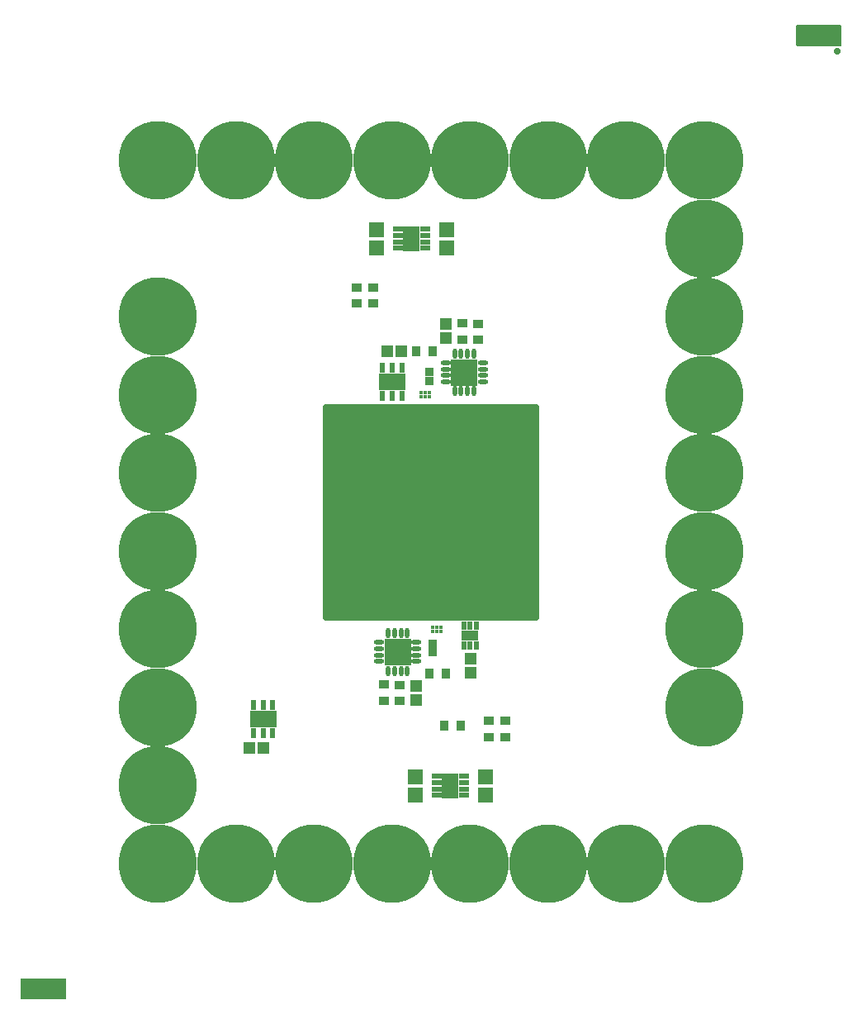
<source format=gbr>
%TF.GenerationSoftware,Altium Limited,Altium Designer,23.9.2 (47)*%
G04 Layer_Color=8388736*
%FSLAX25Y25*%
%MOIN*%
%TF.SameCoordinates,C1B3935E-4126-4279-B8D9-91AEC20F268D*%
%TF.FilePolarity,Negative*%
%TF.FileFunction,Soldermask,Top*%
%TF.Part,Single*%
G01*
G75*
%TA.AperFunction,SMDPad,CuDef*%
%ADD50R,0.06496X0.05906*%
%ADD51R,0.04724X0.04724*%
%ADD52R,0.04724X0.04724*%
%ADD53R,0.03622X0.03465*%
%ADD54R,0.03543X0.04331*%
%ADD55R,0.04331X0.03543*%
%ADD56R,0.01968X0.03543*%
%ADD57R,0.07087X0.04291*%
%ADD58R,0.06653X0.10236*%
%ADD59R,0.04331X0.02165*%
%TA.AperFunction,BGAPad,CuDef*%
%ADD60C,0.01575*%
%TA.AperFunction,SMDPad,CuDef*%
%ADD61R,0.11024X0.11024*%
%ADD62O,0.04134X0.01968*%
%ADD63O,0.01968X0.04134*%
%ADD64R,0.02362X0.03937*%
%ADD65R,0.10630X0.06693*%
G04:AMPARAMS|DCode=66|XSize=874.02mil|YSize=874.02mil|CornerRadius=12.6mil|HoleSize=0mil|Usage=FLASHONLY|Rotation=90.000|XOffset=0mil|YOffset=0mil|HoleType=Round|Shape=RoundedRectangle|*
%AMROUNDEDRECTD66*
21,1,0.87402,0.84882,0,0,90.0*
21,1,0.84882,0.87402,0,0,90.0*
1,1,0.02520,0.42441,0.42441*
1,1,0.02520,0.42441,-0.42441*
1,1,0.02520,-0.42441,-0.42441*
1,1,0.02520,-0.42441,0.42441*
%
%ADD66ROUNDEDRECTD66*%
%TA.AperFunction,ComponentPad*%
%ADD67C,0.31496*%
%TA.AperFunction,ViaPad*%
%ADD68C,0.02756*%
G36*
X184697Y216336D02*
X184748Y216326D01*
X184797Y216309D01*
X184843Y216287D01*
X184886Y216258D01*
X184925Y216224D01*
X185318Y215830D01*
X185352Y215791D01*
X185381Y215749D01*
X185404Y215702D01*
X185421Y215653D01*
X185431Y215603D01*
X185434Y215551D01*
Y208071D01*
X185431Y208019D01*
X185421Y207969D01*
X185404Y207920D01*
X185381Y207874D01*
X185352Y207831D01*
X185318Y207792D01*
X185280Y207758D01*
X185237Y207729D01*
X185190Y207706D01*
X185142Y207690D01*
X185091Y207680D01*
X185039Y207676D01*
X183858D01*
X183807Y207680D01*
X183756Y207690D01*
X183707Y207706D01*
X183661Y207729D01*
X183616Y207706D01*
X183567Y207690D01*
X183516Y207680D01*
X183465Y207676D01*
X183071D01*
X183019Y207680D01*
X182969Y207690D01*
X182920Y207706D01*
X182874Y207729D01*
X182828Y207706D01*
X182779Y207690D01*
X182729Y207680D01*
X182677Y207676D01*
X181496D01*
X181445Y207680D01*
X181394Y207690D01*
X181345Y207706D01*
X181299Y207729D01*
X181253Y207706D01*
X181204Y207690D01*
X181154Y207680D01*
X181102Y207676D01*
X180709D01*
X180657Y207680D01*
X180607Y207690D01*
X180558Y207706D01*
X180512Y207729D01*
X180466Y207706D01*
X180417Y207690D01*
X180367Y207680D01*
X180315Y207676D01*
X179134D01*
X179082Y207680D01*
X179032Y207690D01*
X178983Y207706D01*
X178937Y207729D01*
X178891Y207706D01*
X178842Y207690D01*
X178792Y207680D01*
X178740Y207676D01*
X178347D01*
X178295Y207680D01*
X178244Y207690D01*
X178196Y207706D01*
X178150Y207729D01*
X178104Y207706D01*
X178055Y207690D01*
X178004Y207680D01*
X177953Y207676D01*
X176772D01*
X176720Y207680D01*
X176670Y207690D01*
X176621Y207706D01*
X176575Y207729D01*
X176529Y207706D01*
X176480Y207690D01*
X176429Y207680D01*
X176378Y207676D01*
X175984D01*
X175933Y207680D01*
X175882Y207690D01*
X175833Y207706D01*
X175787Y207729D01*
X175742Y207706D01*
X175693Y207690D01*
X175642Y207680D01*
X175591Y207676D01*
X174409D01*
X174358Y207680D01*
X174307Y207690D01*
X174258Y207706D01*
X174213Y207729D01*
X174167Y207706D01*
X174118Y207690D01*
X174067Y207680D01*
X174016Y207676D01*
X173622D01*
X173571Y207680D01*
X173520Y207690D01*
X173471Y207706D01*
X173425Y207729D01*
X173379Y207706D01*
X173330Y207690D01*
X173280Y207680D01*
X173228Y207676D01*
X172047D01*
X171996Y207680D01*
X171945Y207690D01*
X171896Y207706D01*
X171850Y207729D01*
X171804Y207706D01*
X171756Y207690D01*
X171705Y207680D01*
X171654Y207676D01*
X171260D01*
X171208Y207680D01*
X171158Y207690D01*
X171109Y207706D01*
X171063Y207729D01*
X171017Y207706D01*
X170968Y207690D01*
X170918Y207680D01*
X170866Y207676D01*
X169685D01*
X169633Y207680D01*
X169583Y207690D01*
X169534Y207706D01*
X169488Y207729D01*
X169442Y207706D01*
X169394Y207690D01*
X169343Y207680D01*
X169291Y207676D01*
X168898D01*
X168846Y207680D01*
X168796Y207690D01*
X168747Y207706D01*
X168701Y207729D01*
X168655Y207706D01*
X168606Y207690D01*
X168555Y207680D01*
X168504Y207676D01*
X167323D01*
X167271Y207680D01*
X167221Y207690D01*
X167172Y207706D01*
X167126Y207729D01*
X167083Y207758D01*
X167044Y207792D01*
X167010Y207831D01*
X166981Y207874D01*
X166958Y207920D01*
X166942Y207969D01*
X166932Y208019D01*
X166928Y208071D01*
Y215551D01*
X166932Y215603D01*
X166942Y215653D01*
X166958Y215702D01*
X166981Y215749D01*
X167010Y215791D01*
X167044Y215830D01*
X167438Y216224D01*
X167438Y216224D01*
X167476Y216258D01*
X167519Y216287D01*
X167566Y216309D01*
X167614Y216326D01*
X167665Y216336D01*
X167717Y216339D01*
X168110D01*
X168162Y216336D01*
X168212Y216326D01*
X168261Y216309D01*
X168307Y216287D01*
X168350Y216258D01*
X168389Y216224D01*
X168529Y216084D01*
X168533Y216096D01*
X168556Y216142D01*
X168585Y216185D01*
X168619Y216224D01*
X168658Y216258D01*
X168700Y216287D01*
X168747Y216309D01*
X168796Y216326D01*
X168846Y216336D01*
X168898Y216339D01*
X169291D01*
X169343Y216336D01*
X169394Y216326D01*
X169442Y216309D01*
X169489Y216287D01*
X169532Y216258D01*
X169570Y216224D01*
X169604Y216185D01*
X169633Y216142D01*
X169656Y216096D01*
X169660Y216084D01*
X169800Y216224D01*
X169839Y216258D01*
X169881Y216287D01*
X169928Y216309D01*
X169977Y216326D01*
X170027Y216336D01*
X170079Y216339D01*
X170473D01*
X170524Y216336D01*
X170575Y216326D01*
X170623Y216309D01*
X170670Y216287D01*
X170713Y216258D01*
X170751Y216224D01*
X170891Y216084D01*
X170895Y216096D01*
X170918Y216142D01*
X170947Y216185D01*
X170981Y216224D01*
X171020Y216258D01*
X171063Y216287D01*
X171109Y216309D01*
X171158Y216326D01*
X171208Y216336D01*
X171260Y216339D01*
X171654D01*
X171705Y216336D01*
X171756Y216326D01*
X171804Y216309D01*
X171851Y216287D01*
X171894Y216258D01*
X171932Y216224D01*
X171967Y216185D01*
X171995Y216142D01*
X172018Y216096D01*
X172022Y216084D01*
X172162Y216224D01*
X172201Y216258D01*
X172244Y216287D01*
X172290Y216309D01*
X172339Y216326D01*
X172389Y216336D01*
X172441Y216339D01*
X172835D01*
X172886Y216336D01*
X172937Y216326D01*
X172986Y216309D01*
X173032Y216287D01*
X173075Y216258D01*
X173114Y216224D01*
X173254Y216084D01*
X173258Y216096D01*
X173280Y216142D01*
X173309Y216185D01*
X173343Y216224D01*
X173382Y216258D01*
X173425Y216287D01*
X173471Y216309D01*
X173520Y216326D01*
X173571Y216336D01*
X173622Y216339D01*
X174016D01*
X174067Y216336D01*
X174118Y216326D01*
X174167Y216309D01*
X174213Y216287D01*
X174256Y216258D01*
X174295Y216224D01*
X174329Y216185D01*
X174357Y216142D01*
X174380Y216096D01*
X174384Y216084D01*
X174524Y216224D01*
X174563Y216258D01*
X174606Y216287D01*
X174652Y216309D01*
X174701Y216326D01*
X174752Y216336D01*
X174803Y216339D01*
X175197D01*
X175248Y216336D01*
X175299Y216326D01*
X175348Y216309D01*
X175394Y216287D01*
X175437Y216258D01*
X175476Y216224D01*
X175616Y216084D01*
X175620Y216096D01*
X175643Y216142D01*
X175671Y216185D01*
X175705Y216224D01*
X175744Y216258D01*
X175787Y216287D01*
X175833Y216309D01*
X175882Y216326D01*
X175933Y216336D01*
X175984Y216339D01*
X176378D01*
X176429Y216336D01*
X176480Y216326D01*
X176529Y216309D01*
X176575Y216287D01*
X176618Y216258D01*
X176657Y216224D01*
X176691Y216185D01*
X176720Y216142D01*
X176742Y216096D01*
X176746Y216084D01*
X176886Y216224D01*
X176925Y216258D01*
X176968Y216287D01*
X177014Y216309D01*
X177063Y216326D01*
X177114Y216336D01*
X177165Y216339D01*
X177559D01*
X177611Y216336D01*
X177661Y216326D01*
X177710Y216309D01*
X177756Y216287D01*
X177799Y216258D01*
X177838Y216224D01*
X177978Y216084D01*
X177982Y216096D01*
X178005Y216142D01*
X178033Y216185D01*
X178068Y216224D01*
X178106Y216258D01*
X178149Y216287D01*
X178196Y216309D01*
X178244Y216326D01*
X178295Y216336D01*
X178347Y216339D01*
X178740D01*
X178792Y216336D01*
X178842Y216326D01*
X178891Y216309D01*
X178937Y216287D01*
X178980Y216258D01*
X179019Y216224D01*
X179053Y216185D01*
X179082Y216142D01*
X179105Y216096D01*
X179109Y216084D01*
X179249Y216224D01*
X179287Y216258D01*
X179330Y216287D01*
X179377Y216309D01*
X179426Y216326D01*
X179476Y216336D01*
X179528Y216339D01*
X179921D01*
X179973Y216336D01*
X180023Y216326D01*
X180072Y216309D01*
X180119Y216287D01*
X180161Y216258D01*
X180200Y216224D01*
X180340Y216084D01*
X180344Y216096D01*
X180367Y216142D01*
X180396Y216185D01*
X180430Y216224D01*
X180468Y216258D01*
X180511Y216287D01*
X180558Y216309D01*
X180607Y216326D01*
X180657Y216336D01*
X180709Y216339D01*
X181102D01*
X181154Y216336D01*
X181204Y216326D01*
X181253Y216309D01*
X181300Y216287D01*
X181343Y216258D01*
X181381Y216224D01*
X181415Y216185D01*
X181444Y216142D01*
X181467Y216096D01*
X181471Y216084D01*
X181611Y216224D01*
X181650Y216258D01*
X181693Y216287D01*
X181739Y216309D01*
X181788Y216326D01*
X181838Y216336D01*
X181890Y216339D01*
X182283D01*
X182335Y216336D01*
X182386Y216326D01*
X182434Y216309D01*
X182481Y216287D01*
X182524Y216258D01*
X182562Y216224D01*
X182702Y216084D01*
X182706Y216096D01*
X182729Y216142D01*
X182758Y216185D01*
X182792Y216224D01*
X182831Y216258D01*
X182874Y216287D01*
X182920Y216309D01*
X182969Y216326D01*
X183019Y216336D01*
X183071Y216339D01*
X183465D01*
X183516Y216336D01*
X183567Y216326D01*
X183616Y216309D01*
X183662Y216287D01*
X183705Y216258D01*
X183744Y216224D01*
X183778Y216185D01*
X183806Y216142D01*
X183829Y216096D01*
X183833Y216084D01*
X183973Y216224D01*
X184012Y216258D01*
X184055Y216287D01*
X184101Y216309D01*
X184150Y216326D01*
X184201Y216336D01*
X184252Y216339D01*
X184646D01*
X184697Y216336D01*
D02*
G37*
G36*
X-127901Y-168310D02*
X-127851Y-168320D01*
X-127802Y-168336D01*
X-127755Y-168359D01*
X-127713Y-168388D01*
X-127674Y-168422D01*
X-127640Y-168461D01*
X-127611Y-168503D01*
X-127588Y-168550D01*
X-127572Y-168599D01*
X-127562Y-168649D01*
X-127558Y-168701D01*
Y-176181D01*
X-127562Y-176233D01*
X-127572Y-176283D01*
X-127588Y-176332D01*
X-127611Y-176378D01*
X-127640Y-176421D01*
X-127674Y-176460D01*
X-128067Y-176854D01*
X-128068Y-176854D01*
X-128106Y-176888D01*
X-128149Y-176917D01*
X-128196Y-176939D01*
X-128244Y-176956D01*
X-128295Y-176966D01*
X-128347Y-176969D01*
X-128740D01*
X-128792Y-176966D01*
X-128842Y-176956D01*
X-128891Y-176939D01*
X-128937Y-176917D01*
X-128980Y-176888D01*
X-129019Y-176854D01*
X-129159Y-176714D01*
X-129163Y-176726D01*
X-129186Y-176772D01*
X-129215Y-176815D01*
X-129249Y-176854D01*
X-129287Y-176888D01*
X-129330Y-176917D01*
X-129377Y-176939D01*
X-129426Y-176956D01*
X-129476Y-176966D01*
X-129528Y-176969D01*
X-129921D01*
X-129973Y-176966D01*
X-130023Y-176956D01*
X-130072Y-176939D01*
X-130119Y-176917D01*
X-130161Y-176888D01*
X-130200Y-176854D01*
X-130234Y-176815D01*
X-130263Y-176772D01*
X-130286Y-176726D01*
X-130290Y-176714D01*
X-130430Y-176854D01*
X-130468Y-176888D01*
X-130511Y-176917D01*
X-130558Y-176939D01*
X-130607Y-176956D01*
X-130657Y-176966D01*
X-130709Y-176969D01*
X-131102D01*
X-131154Y-176966D01*
X-131204Y-176956D01*
X-131253Y-176939D01*
X-131300Y-176917D01*
X-131343Y-176888D01*
X-131381Y-176854D01*
X-131521Y-176714D01*
X-131525Y-176726D01*
X-131548Y-176772D01*
X-131577Y-176815D01*
X-131611Y-176854D01*
X-131650Y-176888D01*
X-131693Y-176917D01*
X-131739Y-176939D01*
X-131788Y-176956D01*
X-131838Y-176966D01*
X-131890Y-176969D01*
X-132283D01*
X-132335Y-176966D01*
X-132386Y-176956D01*
X-132434Y-176939D01*
X-132481Y-176917D01*
X-132524Y-176888D01*
X-132562Y-176854D01*
X-132597Y-176815D01*
X-132625Y-176772D01*
X-132648Y-176726D01*
X-132652Y-176714D01*
X-132792Y-176854D01*
X-132831Y-176888D01*
X-132874Y-176917D01*
X-132920Y-176939D01*
X-132969Y-176956D01*
X-133019Y-176966D01*
X-133071Y-176969D01*
X-133465D01*
X-133516Y-176966D01*
X-133567Y-176956D01*
X-133616Y-176939D01*
X-133662Y-176917D01*
X-133705Y-176888D01*
X-133744Y-176854D01*
X-133883Y-176714D01*
X-133888Y-176726D01*
X-133910Y-176772D01*
X-133939Y-176815D01*
X-133973Y-176854D01*
X-134012Y-176888D01*
X-134055Y-176917D01*
X-134101Y-176939D01*
X-134150Y-176956D01*
X-134201Y-176966D01*
X-134252Y-176969D01*
X-134646D01*
X-134697Y-176966D01*
X-134748Y-176956D01*
X-134797Y-176939D01*
X-134843Y-176917D01*
X-134886Y-176888D01*
X-134925Y-176854D01*
X-134959Y-176815D01*
X-134987Y-176772D01*
X-135010Y-176726D01*
X-135014Y-176714D01*
X-135154Y-176854D01*
X-135193Y-176888D01*
X-135236Y-176917D01*
X-135282Y-176939D01*
X-135331Y-176956D01*
X-135382Y-176966D01*
X-135433Y-176969D01*
X-135827D01*
X-135878Y-176966D01*
X-135929Y-176956D01*
X-135978Y-176939D01*
X-136024Y-176917D01*
X-136067Y-176888D01*
X-136106Y-176854D01*
X-136246Y-176714D01*
X-136250Y-176726D01*
X-136273Y-176772D01*
X-136301Y-176815D01*
X-136335Y-176854D01*
X-136374Y-176888D01*
X-136417Y-176917D01*
X-136463Y-176939D01*
X-136512Y-176956D01*
X-136563Y-176966D01*
X-136614Y-176969D01*
X-137008D01*
X-137059Y-176966D01*
X-137110Y-176956D01*
X-137159Y-176939D01*
X-137205Y-176917D01*
X-137248Y-176888D01*
X-137287Y-176854D01*
X-137321Y-176815D01*
X-137350Y-176772D01*
X-137372Y-176726D01*
X-137376Y-176714D01*
X-137516Y-176854D01*
X-137555Y-176888D01*
X-137598Y-176917D01*
X-137644Y-176939D01*
X-137693Y-176956D01*
X-137744Y-176966D01*
X-137795Y-176969D01*
X-138189D01*
X-138241Y-176966D01*
X-138291Y-176956D01*
X-138340Y-176939D01*
X-138386Y-176917D01*
X-138429Y-176888D01*
X-138468Y-176854D01*
X-138608Y-176714D01*
X-138612Y-176726D01*
X-138635Y-176772D01*
X-138663Y-176815D01*
X-138697Y-176854D01*
X-138736Y-176888D01*
X-138779Y-176917D01*
X-138825Y-176939D01*
X-138874Y-176956D01*
X-138925Y-176966D01*
X-138976Y-176969D01*
X-139370D01*
X-139422Y-176966D01*
X-139472Y-176956D01*
X-139521Y-176939D01*
X-139567Y-176917D01*
X-139610Y-176888D01*
X-139649Y-176854D01*
X-139683Y-176815D01*
X-139712Y-176772D01*
X-139735Y-176726D01*
X-139739Y-176714D01*
X-139878Y-176854D01*
X-139917Y-176888D01*
X-139960Y-176917D01*
X-140006Y-176939D01*
X-140055Y-176956D01*
X-140106Y-176966D01*
X-140157Y-176969D01*
X-140551D01*
X-140603Y-176966D01*
X-140653Y-176956D01*
X-140702Y-176939D01*
X-140749Y-176917D01*
X-140791Y-176888D01*
X-140830Y-176854D01*
X-140970Y-176714D01*
X-140974Y-176726D01*
X-140997Y-176772D01*
X-141026Y-176815D01*
X-141060Y-176854D01*
X-141098Y-176888D01*
X-141141Y-176917D01*
X-141188Y-176939D01*
X-141236Y-176956D01*
X-141287Y-176966D01*
X-141339Y-176969D01*
X-141732D01*
X-141784Y-176966D01*
X-141834Y-176956D01*
X-141883Y-176939D01*
X-141930Y-176917D01*
X-141972Y-176888D01*
X-142011Y-176854D01*
X-142045Y-176815D01*
X-142074Y-176772D01*
X-142097Y-176726D01*
X-142101Y-176714D01*
X-142241Y-176854D01*
X-142280Y-176888D01*
X-142322Y-176917D01*
X-142369Y-176939D01*
X-142418Y-176956D01*
X-142468Y-176966D01*
X-142520Y-176969D01*
X-142913D01*
X-142965Y-176966D01*
X-143016Y-176956D01*
X-143064Y-176939D01*
X-143111Y-176917D01*
X-143154Y-176888D01*
X-143192Y-176854D01*
X-143332Y-176714D01*
X-143336Y-176726D01*
X-143359Y-176772D01*
X-143388Y-176815D01*
X-143422Y-176854D01*
X-143461Y-176888D01*
X-143503Y-176917D01*
X-143550Y-176939D01*
X-143599Y-176956D01*
X-143649Y-176966D01*
X-143701Y-176969D01*
X-144095D01*
X-144146Y-176966D01*
X-144197Y-176956D01*
X-144246Y-176939D01*
X-144292Y-176917D01*
X-144335Y-176888D01*
X-144374Y-176854D01*
X-144407Y-176815D01*
X-144436Y-176772D01*
X-144459Y-176726D01*
X-144463Y-176714D01*
X-144603Y-176854D01*
X-144642Y-176888D01*
X-144685Y-176917D01*
X-144731Y-176939D01*
X-144780Y-176956D01*
X-144830Y-176966D01*
X-144882Y-176969D01*
X-145276D01*
X-145327Y-176966D01*
X-145378Y-176956D01*
X-145427Y-176939D01*
X-145473Y-176917D01*
X-145516Y-176888D01*
X-145555Y-176854D01*
X-145948Y-176460D01*
X-145982Y-176421D01*
X-146011Y-176378D01*
X-146034Y-176332D01*
X-146050Y-176283D01*
X-146061Y-176233D01*
X-146064Y-176181D01*
Y-168701D01*
X-146061Y-168649D01*
X-146050Y-168599D01*
X-146034Y-168550D01*
X-146011Y-168503D01*
X-145982Y-168461D01*
X-145948Y-168422D01*
X-145910Y-168388D01*
X-145867Y-168359D01*
X-145820Y-168336D01*
X-145771Y-168320D01*
X-145721Y-168310D01*
X-145669Y-168306D01*
X-144488D01*
X-144437Y-168310D01*
X-144386Y-168320D01*
X-144337Y-168336D01*
X-144291Y-168359D01*
X-144246Y-168336D01*
X-144197Y-168320D01*
X-144146Y-168310D01*
X-144095Y-168306D01*
X-143701D01*
X-143649Y-168310D01*
X-143599Y-168320D01*
X-143550Y-168336D01*
X-143504Y-168359D01*
X-143458Y-168336D01*
X-143409Y-168320D01*
X-143359Y-168310D01*
X-143307Y-168306D01*
X-142126D01*
X-142075Y-168310D01*
X-142024Y-168320D01*
X-141975Y-168336D01*
X-141929Y-168359D01*
X-141883Y-168336D01*
X-141834Y-168320D01*
X-141784Y-168310D01*
X-141732Y-168306D01*
X-141339D01*
X-141287Y-168310D01*
X-141236Y-168320D01*
X-141188Y-168336D01*
X-141142Y-168359D01*
X-141096Y-168336D01*
X-141047Y-168320D01*
X-140996Y-168310D01*
X-140945Y-168306D01*
X-139764D01*
X-139712Y-168310D01*
X-139662Y-168320D01*
X-139613Y-168336D01*
X-139567Y-168359D01*
X-139521Y-168336D01*
X-139472Y-168320D01*
X-139422Y-168310D01*
X-139370Y-168306D01*
X-138976D01*
X-138925Y-168310D01*
X-138874Y-168320D01*
X-138825Y-168336D01*
X-138779Y-168359D01*
X-138734Y-168336D01*
X-138685Y-168320D01*
X-138634Y-168310D01*
X-138583Y-168306D01*
X-137402D01*
X-137350Y-168310D01*
X-137300Y-168320D01*
X-137251Y-168336D01*
X-137205Y-168359D01*
X-137159Y-168336D01*
X-137110Y-168320D01*
X-137059Y-168310D01*
X-137008Y-168306D01*
X-136614D01*
X-136563Y-168310D01*
X-136512Y-168320D01*
X-136463Y-168336D01*
X-136417Y-168359D01*
X-136372Y-168336D01*
X-136323Y-168320D01*
X-136272Y-168310D01*
X-136221Y-168306D01*
X-135039D01*
X-134988Y-168310D01*
X-134937Y-168320D01*
X-134888Y-168336D01*
X-134843Y-168359D01*
X-134797Y-168336D01*
X-134748Y-168320D01*
X-134697Y-168310D01*
X-134646Y-168306D01*
X-134252D01*
X-134201Y-168310D01*
X-134150Y-168320D01*
X-134101Y-168336D01*
X-134055Y-168359D01*
X-134009Y-168336D01*
X-133960Y-168320D01*
X-133910Y-168310D01*
X-133858Y-168306D01*
X-132677D01*
X-132626Y-168310D01*
X-132575Y-168320D01*
X-132526Y-168336D01*
X-132480Y-168359D01*
X-132434Y-168336D01*
X-132386Y-168320D01*
X-132335Y-168310D01*
X-132283Y-168306D01*
X-131890D01*
X-131838Y-168310D01*
X-131788Y-168320D01*
X-131739Y-168336D01*
X-131693Y-168359D01*
X-131647Y-168336D01*
X-131598Y-168320D01*
X-131548Y-168310D01*
X-131496Y-168306D01*
X-130315D01*
X-130263Y-168310D01*
X-130213Y-168320D01*
X-130164Y-168336D01*
X-130118Y-168359D01*
X-130072Y-168336D01*
X-130023Y-168320D01*
X-129973Y-168310D01*
X-129921Y-168306D01*
X-129528D01*
X-129476Y-168310D01*
X-129426Y-168320D01*
X-129377Y-168336D01*
X-129331Y-168359D01*
X-129285Y-168336D01*
X-129236Y-168320D01*
X-129185Y-168310D01*
X-129134Y-168306D01*
X-127953D01*
X-127901Y-168310D01*
D02*
G37*
D50*
X13289Y-87046D02*
D03*
Y-94345D02*
D03*
X41636Y-87046D02*
D03*
Y-94345D02*
D03*
X-2362Y126272D02*
D03*
Y133571D02*
D03*
X25984Y126272D02*
D03*
Y133571D02*
D03*
D51*
X35531Y-45185D02*
D03*
Y-39461D02*
D03*
X13683Y-56262D02*
D03*
Y-50538D02*
D03*
X25591Y95488D02*
D03*
Y89764D02*
D03*
D52*
X-53756Y-75590D02*
D03*
X-48031D02*
D03*
X7587Y84646D02*
D03*
X1862D02*
D03*
D53*
X20376Y-36955D02*
D03*
Y-33412D02*
D03*
X18898Y76181D02*
D03*
Y72638D02*
D03*
D54*
X31496Y-66535D02*
D03*
X24984D02*
D03*
X19088Y-45420D02*
D03*
X25600D02*
D03*
X13673Y84646D02*
D03*
X20185D02*
D03*
D55*
X49510Y-71117D02*
D03*
Y-64605D02*
D03*
X42817D02*
D03*
Y-71117D02*
D03*
X6990Y-56550D02*
D03*
Y-50038D02*
D03*
X691Y-49932D02*
D03*
Y-56444D02*
D03*
X38583Y95669D02*
D03*
Y89157D02*
D03*
X32283Y89264D02*
D03*
Y95776D02*
D03*
X-3543Y110343D02*
D03*
Y103831D02*
D03*
X-10236D02*
D03*
Y110343D02*
D03*
D56*
X37992Y-26201D02*
D03*
X35433D02*
D03*
X32874D02*
D03*
X37992Y-34035D02*
D03*
X35433D02*
D03*
X32874D02*
D03*
D57*
X35433Y-30118D02*
D03*
D58*
X27462Y-90696D02*
D03*
X11811Y129921D02*
D03*
D59*
X32954Y-94534D02*
D03*
Y-91975D02*
D03*
Y-89416D02*
D03*
Y-86857D02*
D03*
X21970Y-94534D02*
D03*
Y-91975D02*
D03*
Y-89416D02*
D03*
Y-86857D02*
D03*
X6319Y133760D02*
D03*
Y131201D02*
D03*
Y128642D02*
D03*
Y126083D02*
D03*
X17303Y133760D02*
D03*
Y131201D02*
D03*
Y128642D02*
D03*
Y126083D02*
D03*
D60*
X23525Y-28491D02*
D03*
X21950D02*
D03*
X20376D02*
D03*
X23525Y-26916D02*
D03*
X21950D02*
D03*
X20376D02*
D03*
X15748Y67716D02*
D03*
X17323D02*
D03*
X18898D02*
D03*
X15748Y66142D02*
D03*
X17323D02*
D03*
X18898D02*
D03*
D61*
X6202Y-36758D02*
D03*
X33071Y75984D02*
D03*
D62*
X13781Y-32920D02*
D03*
Y-35479D02*
D03*
Y-38038D02*
D03*
Y-40597D02*
D03*
X-1376D02*
D03*
Y-38038D02*
D03*
Y-35479D02*
D03*
Y-32920D02*
D03*
X25492Y72146D02*
D03*
Y74705D02*
D03*
Y77264D02*
D03*
Y79823D02*
D03*
X40650D02*
D03*
Y77264D02*
D03*
Y74705D02*
D03*
Y72146D02*
D03*
D63*
X10041Y-44337D02*
D03*
X7482D02*
D03*
X4923D02*
D03*
X2364D02*
D03*
Y-29180D02*
D03*
X4923D02*
D03*
X7482D02*
D03*
X10041D02*
D03*
X29232Y83563D02*
D03*
X31791D02*
D03*
X34350D02*
D03*
X36909D02*
D03*
Y68405D02*
D03*
X34350D02*
D03*
X31791D02*
D03*
X29232D02*
D03*
D64*
X-44193Y-58248D02*
D03*
X-48130D02*
D03*
X-52067D02*
D03*
X-44193Y-69587D02*
D03*
X-48130D02*
D03*
X-52067D02*
D03*
X0Y66378D02*
D03*
X3937D02*
D03*
X7874D02*
D03*
X0Y77716D02*
D03*
X3937D02*
D03*
X7874D02*
D03*
D65*
X-48130Y-63917D02*
D03*
X3937Y72047D02*
D03*
D66*
X19685Y19685D02*
D03*
D67*
X-90551Y98425D02*
D03*
X129921Y-59055D02*
D03*
Y-122047D02*
D03*
X35433D02*
D03*
X3937D02*
D03*
X-59055D02*
D03*
X-27559D02*
D03*
X98425D02*
D03*
X66929D02*
D03*
X129921Y161417D02*
D03*
X35433D02*
D03*
X3937D02*
D03*
X-59055D02*
D03*
X-27559D02*
D03*
X98425D02*
D03*
X66929D02*
D03*
X-90551D02*
D03*
X129921Y129921D02*
D03*
Y35433D02*
D03*
Y3937D02*
D03*
Y-27559D02*
D03*
Y98425D02*
D03*
Y66929D02*
D03*
X-90551Y-122047D02*
D03*
Y-90551D02*
D03*
Y-59055D02*
D03*
Y-27559D02*
D03*
Y3937D02*
D03*
Y35433D02*
D03*
Y66929D02*
D03*
D68*
X183762Y205395D02*
D03*
%TF.MD5,6463d062c795f2e0f4813e2d36d57a4e*%
M02*

</source>
